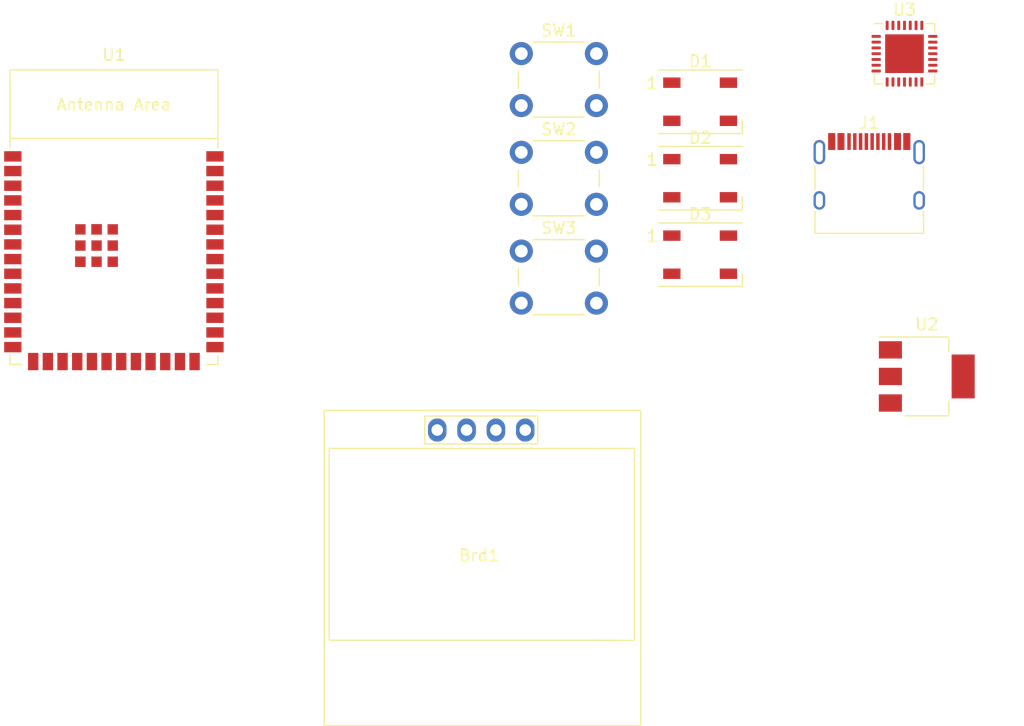
<source format=kicad_pcb>
(kicad_pcb (version 20221018) (generator pcbnew)
  (layers (0 "F.Cu" signal) (31 "B.Cu" signal) (34 "B.Paste" user) (35 "F.Paste" user) (36 "B.SilkS" user "B.Silkscreen") (37 "F.SilkS" user "F.Silkscreen") (38 "B.Mask" user) (39 "F.Mask" user) (44 "Edge.Cuts" user))
  (net 0 "")
  (net 33 "+5V")
  (net 34 "Net-(D1-DOUT)")
  (net 35 "GND")
  (net 36 "/LED")
  (net 37 "Net-(D2-DOUT)")
  (net 39 "/SW1")
  (net 40 "/SW2")
  (net 41 "/SW3")
  (net 42 "/SCL")
  (net 43 "/SDA")
  (net 44 "+3.3V")
  (net 45 "/VBUS")
  (net 46 "Net-(J1-VBUS-PadA4)")
  (net 76 "/D+")
  (net 77 "/D-")
  (footprint "Connector_USB:USB_C_Receptacle_HRO_TYPE-C-31-M-12" (layer "F.Cu") (at 198.88 90.39)
    (fp_text reference "J1" (at 0 -5.645) (layer "F.SilkS"))
    (fp_text value "USB_C_Receptacle_USB2.0")
    (fp_line (start -4.7 -1.9) (end -4.7 0.1) (stroke (width 0.12)) (layer "F.SilkS"))
    (fp_line (start -4.7 2) (end -4.7 3.9) (stroke (width 0.12)) (layer "F.SilkS"))
    (fp_line (start -4.7 3.9) (end 4.7 3.9) (stroke (width 0.12)) (layer "F.SilkS"))
    (fp_line (start 4.7 -1.9) (end 4.7 0.1) (stroke (width 0.12)) (layer "F.SilkS"))
    (fp_line (start 4.7 2) (end 4.7 3.9) (stroke (width 0.12)) (layer "F.SilkS"))
    (pad "" np_thru_hole circle (at -2.89 -2.6) (size 0.65 0.65) (drill 0.65) (layers "*.Cu" "*.Mask"))
    (pad "" np_thru_hole circle (at 2.89 -2.6) (size 0.65 0.65) (drill 0.65) (layers "*.Cu" "*.Mask"))
    (pad "A1" smd rect (at -3.25 -4.045) (size 0.6 1.45) (layers "F.Cu" "F.Paste" "F.Mask") (net 35 "GND"))
    (pad "A4" smd rect (at -2.45 -4.045) (size 0.6 1.45) (layers "F.Cu" "F.Paste" "F.Mask") (net 46 "Net-(J1-VBUS-PadA4)"))
    (pad "A5" smd rect (at -1.25 -4.045) (size 0.3 1.45) (layers "F.Cu" "F.Paste" "F.Mask"))
    (pad "A6" smd rect (at -0.25 -4.045) (size 0.3 1.45) (layers "F.Cu" "F.Paste" "F.Mask") (net 76 "/D+"))
    (pad "A7" smd rect (at 0.25 -4.045) (size 0.3 1.45) (layers "F.Cu" "F.Paste" "F.Mask") (net 77 "/D-"))
    (pad "A8" smd rect (at 1.25 -4.045) (size 0.3 1.45) (layers "F.Cu" "F.Paste" "F.Mask"))
    (pad "A9" smd rect (at 2.45 -4.045) (size 0.6 1.45) (layers "F.Cu" "F.Paste" "F.Mask") (net 46 "Net-(J1-VBUS-PadA4)"))
    (pad "A12" smd rect (at 3.25 -4.045) (size 0.6 1.45) (layers "F.Cu" "F.Paste" "F.Mask") (net 35 "GND"))
    (pad "B1" smd rect (at 3.25 -4.045) (size 0.6 1.45) (layers "F.Cu" "F.Paste" "F.Mask") (net 35 "GND"))
    (pad "B4" smd rect (at 2.45 -4.045) (size 0.6 1.45) (layers "F.Cu" "F.Paste" "F.Mask") (net 46 "Net-(J1-VBUS-PadA4)"))
    (pad "B5" smd rect (at 1.75 -4.045) (size 0.3 1.45) (layers "F.Cu" "F.Paste" "F.Mask"))
    (pad "B6" smd rect (at 0.75 -4.045) (size 0.3 1.45) (layers "F.Cu" "F.Paste" "F.Mask") (net 76 "/D+"))
    (pad "B7" smd rect (at -0.75 -4.045) (size 0.3 1.45) (layers "F.Cu" "F.Paste" "F.Mask") (net 77 "/D-"))
    (pad "B8" smd rect (at -1.75 -4.045) (size 0.3 1.45) (layers "F.Cu" "F.Paste" "F.Mask"))
    (pad "B9" smd rect (at -2.45 -4.045) (size 0.6 1.45) (layers "F.Cu" "F.Paste" "F.Mask") (net 46 "Net-(J1-VBUS-PadA4)"))
    (pad "B12" smd rect (at -3.25 -4.045) (size 0.6 1.45) (layers "F.Cu" "F.Paste" "F.Mask") (net 35 "GND"))
    (pad "S1" thru_hole oval (at -4.32 -3.13) (size 1 2.1) (drill oval 0.6 1.7) (layers "*.Cu" "*.Mask") (net 35 "GND"))
    (pad "S1" thru_hole oval (at -4.32 1.05) (size 1 1.6) (drill oval 0.6 1.2) (layers "*.Cu" "*.Mask") (net 35 "GND"))
    (pad "S1" thru_hole oval (at 4.32 -3.13) (size 1 2.1) (drill oval 0.6 1.7) (layers "*.Cu" "*.Mask") (net 35 "GND"))
    (pad "S1" thru_hole oval (at 4.32 1.05) (size 1 1.6) (drill oval 0.6 1.2) (layers "*.Cu" "*.Mask") (net 35 "GND"))
  )
  (footprint "Button_Switch_THT:SW_PUSH_6mm" (layer "F.Cu") (at 168.76 87.28)
    (fp_text reference "SW2" (at 3.25 -2) (layer "F.SilkS"))
    (fp_text value "SW_Push")
    (fp_line (start -0.25 1.5) (end -0.25 3) (stroke (width 0.12)) (layer "F.SilkS"))
    (fp_line (start 1 5.5) (end 5.5 5.5) (stroke (width 0.12)) (layer "F.SilkS"))
    (fp_line (start 5.5 -1) (end 1 -1) (stroke (width 0.12)) (layer "F.SilkS"))
    (fp_line (start 6.75 3) (end 6.75 1.5) (stroke (width 0.12)) (layer "F.SilkS"))
    (pad "1" thru_hole circle (at 0 0 90) (size 2 2) (drill 1.1) (layers "*.Cu" "*.Mask") (net 35 "GND"))
    (pad "1" thru_hole circle (at 6.5 0 90) (size 2 2) (drill 1.1) (layers "*.Cu" "*.Mask") (net 35 "GND"))
    (pad "2" thru_hole circle (at 0 4.5 90) (size 2 2) (drill 1.1) (layers "*.Cu" "*.Mask") (net 40 "/SW2"))
    (pad "2" thru_hole circle (at 6.5 4.5 90) (size 2 2) (drill 1.1) (layers "*.Cu" "*.Mask") (net 40 "/SW2"))
  )
  (footprint "PCM_Espressif:ESP32-S3-WROOM-1" (layer "F.Cu") (at 133.49 95.89)
    (fp_text reference "U1" (at 0 -17.05) (layer "F.SilkS"))
    (fp_text value "ESP32-S3-WROOM-1")
    (fp_text user "Antenna Area" (at 0 -12.75) (layer "F.SilkS"))
    (fp_line (start -9 -15.75) (end -9 -9) (stroke (width 0.12)) (layer "F.SilkS"))
    (fp_line (start -9 -15.75) (end 9 -15.75) (stroke (width 0.12)) (layer "F.SilkS"))
    (fp_line (start -9 9) (end -9 9.75) (stroke (width 0.12)) (layer "F.SilkS"))
    (fp_line (start -9 9.75) (end -8 9.75) (stroke (width 0.12)) (layer "F.SilkS"))
    (fp_line (start 9 -15.75) (end 9 -9) (stroke (width 0.12)) (layer "F.SilkS"))
    (fp_line (start 9 -9.81) (end -9 -9.81) (stroke (width 0.12)) (layer "F.SilkS"))
    (fp_line (start 9 9) (end 9 9.75) (stroke (width 0.12)) (layer "F.SilkS"))
    (fp_line (start 9 9.75) (end 8 9.75) (stroke (width 0.12)) (layer "F.SilkS"))
    (pad "1" smd rect (at -8.75 -8.26) (size 1.5 0.9) (layers "F.Cu" "F.Paste" "F.Mask") (net 35 "GND"))
    (pad "2" smd rect (at -8.75 -6.99) (size 1.5 0.9) (layers "F.Cu" "F.Paste" "F.Mask"))
    (pad "3" smd rect (at -8.75 -5.72) (size 1.5 0.9) (layers "F.Cu" "F.Paste" "F.Mask"))
    (pad "4" smd rect (at -8.75 -4.45) (size 1.5 0.9) (layers "F.Cu" "F.Paste" "F.Mask"))
    (pad "5" smd rect (at -8.75 -3.18) (size 1.5 0.9) (layers "F.Cu" "F.Paste" "F.Mask"))
    (pad "6" smd rect (at -8.75 -1.91) (size 1.5 0.9) (layers "F.Cu" "F.Paste" "F.Mask") (net 36 "/LED"))
    (pad "7" smd rect (at -8.75 -0.64) (size 1.5 0.9) (layers "F.Cu" "F.Paste" "F.Mask"))
    (pad "8" smd rect (at -8.75 0.63) (size 1.5 0.9) (layers "F.Cu" "F.Paste" "F.Mask"))
    (pad "9" smd rect (at -8.75 1.9) (size 1.5 0.9) (layers "F.Cu" "F.Paste" "F.Mask"))
    (pad "10" smd rect (at -8.75 3.17) (size 1.5 0.9) (layers "F.Cu" "F.Paste" "F.Mask") (net 43 "/SDA"))
    (pad "11" smd rect (at -8.75 4.44) (size 1.5 0.9) (layers "F.Cu" "F.Paste" "F.Mask") (net 42 "/SCL"))
    (pad "12" smd rect (at -8.75 5.71) (size 1.5 0.9) (layers "F.Cu" "F.Paste" "F.Mask"))
    (pad "13" smd rect (at -8.75 6.98) (size 1.5 0.9) (layers "F.Cu" "F.Paste" "F.Mask"))
    (pad "14" smd rect (at -8.75 8.25) (size 1.5 0.9) (layers "F.Cu" "F.Paste" "F.Mask"))
    (pad "15" smd rect (at -6.985 9.5 90) (size 1.5 0.9) (layers "F.Cu" "F.Paste" "F.Mask"))
    (pad "16" smd rect (at -5.715 9.5 90) (size 1.5 0.9) (layers "F.Cu" "F.Paste" "F.Mask"))
    (pad "17" smd rect (at -4.445 9.5 90) (size 1.5 0.9) (layers "F.Cu" "F.Paste" "F.Mask"))
    (pad "18" smd rect (at -3.175 9.5 90) (size 1.5 0.9) (layers "F.Cu" "F.Paste" "F.Mask"))
    (pad "19" smd rect (at -1.905 9.5 90) (size 1.5 0.9) (layers "F.Cu" "F.Paste" "F.Mask") (net 41 "/SW3"))
    (pad "20" smd rect (at -0.635 9.5 90) (size 1.5 0.9) (layers "F.Cu" "F.Paste" "F.Mask") (net 40 "/SW2"))
    (pad "21" smd rect (at 0.635 9.5 90) (size 1.5 0.9) (layers "F.Cu" "F.Paste" "F.Mask") (net 39 "/SW1"))
    (pad "22" smd rect (at 1.905 9.5 90) (size 1.5 0.9) (layers "F.Cu" "F.Paste" "F.Mask"))
    (pad "23" smd rect (at 3.175 9.5 90) (size 1.5 0.9) (layers "F.Cu" "F.Paste" "F.Mask"))
    (pad "24" smd rect (at 4.445 9.5 90) (size 1.5 0.9) (layers "F.Cu" "F.Paste" "F.Mask"))
    (pad "25" smd rect (at 5.715 9.5 90) (size 1.5 0.9) (layers "F.Cu" "F.Paste" "F.Mask"))
    (pad "26" smd rect (at 6.985 9.5 90) (size 1.5 0.9) (layers "F.Cu" "F.Paste" "F.Mask"))
    (pad "27" smd rect (at 8.75 8.25 180) (size 1.5 0.9) (layers "F.Cu" "F.Paste" "F.Mask"))
    (pad "28" smd rect (at 8.75 6.98 180) (size 1.5 0.9) (layers "F.Cu" "F.Paste" "F.Mask"))
    (pad "29" smd rect (at 8.75 5.71 180) (size 1.5 0.9) (layers "F.Cu" "F.Paste" "F.Mask"))
    (pad "30" smd rect (at 8.75 4.44 180) (size 1.5 0.9) (layers "F.Cu" "F.Paste" "F.Mask"))
    (pad "31" smd rect (at 8.75 3.17 180) (size 1.5 0.9) (layers "F.Cu" "F.Paste" "F.Mask"))
    (pad "32" smd rect (at 8.75 1.9 180) (size 1.5 0.9) (layers "F.Cu" "F.Paste" "F.Mask"))
    (pad "33" smd rect (at 8.75 0.63 180) (size 1.5 0.9) (layers "F.Cu" "F.Paste" "F.Mask"))
    (pad "34" smd rect (at 8.75 -0.64 180) (size 1.5 0.9) (layers "F.Cu" "F.Paste" "F.Mask"))
    (pad "35" smd rect (at 8.75 -1.91 180) (size 1.5 0.9) (layers "F.Cu" "F.Paste" "F.Mask"))
    (pad "36" smd rect (at 8.75 -3.18 180) (size 1.5 0.9) (layers "F.Cu" "F.Paste" "F.Mask"))
    (pad "37" smd rect (at 8.75 -4.45 180) (size 1.5 0.9) (layers "F.Cu" "F.Paste" "F.Mask"))
    (pad "38" smd rect (at 8.75 -5.72 180) (size 1.5 0.9) (layers "F.Cu" "F.Paste" "F.Mask"))
    (pad "39" smd rect (at 8.75 -6.99 180) (size 1.5 0.9) (layers "F.Cu" "F.Paste" "F.Mask"))
    (pad "40" smd rect (at 8.75 -8.26 180) (size 1.5 0.9) (layers "F.Cu" "F.Paste" "F.Mask") (net 35 "GND"))
    (pad "41" smd rect (at -2.9 -1.94 180) (size 0.9 0.9) (layers "F.Cu" "F.Paste" "F.Mask") (net 35 "GND"))
    (pad "41" smd rect (at -2.9 -0.54 180) (size 0.9 0.9) (layers "F.Cu" "F.Paste" "F.Mask") (net 35 "GND"))
    (pad "41" smd rect (at -2.9 0.86 180) (size 0.9 0.9) (layers "F.Cu" "F.Paste" "F.Mask") (net 35 "GND"))
    (pad "41" smd rect (at -2.9 0.86 180) (size 0.9 0.9) (layers "F.Cu" "F.Paste" "F.Mask") (net 35 "GND"))
    (pad "41" smd rect (at -1.5 -1.94 180) (size 0.9 0.9) (layers "F.Cu" "F.Paste" "F.Mask") (net 35 "GND"))
    (pad "41" smd rect (at -1.5 -1.94 180) (size 0.9 0.9) (layers "F.Cu" "F.Paste" "F.Mask") (net 35 "GND"))
    (pad "41" smd rect (at -1.5 -0.54 180) (size 0.9 0.9) (layers "F.Cu" "F.Paste" "F.Mask") (net 35 "GND"))
    (pad "41" smd rect (at -1.5 0.86 180) (size 0.9 0.9) (layers "F.Cu" "F.Paste" "F.Mask") (net 35 "GND"))
    (pad "41" smd rect (at -0.1 -1.94 180) (size 0.9 0.9) (layers "F.Cu" "F.Paste" "F.Mask") (net 35 "GND"))
    (pad "41" smd rect (at -0.1 -0.54 180) (size 0.9 0.9) (layers "F.Cu" "F.Paste" "F.Mask") (net 35 "GND"))
    (pad "41" smd rect (at -0.1 0.86 180) (size 0.9 0.9) (layers "F.Cu" "F.Paste" "F.Mask") (net 35 "GND"))
  )
  (footprint "LED_SMD:LED_WS2812B_PLCC4_5.0x5.0mm_P3.2mm" (layer "F.Cu") (at 184.24 82.9)
    (fp_text reference "D1" (at 0 -3.5) (layer "F.SilkS"))
    (fp_text value "WS2812B")
    (fp_text user "1" (at -4.15 -1.6) (layer "F.SilkS"))
    (fp_line (start -3.65 -2.75) (end 3.65 -2.75) (stroke (width 0.12)) (layer "F.SilkS"))
    (fp_line (start -3.65 2.75) (end 3.65 2.75) (stroke (width 0.12)) (layer "F.SilkS"))
    (fp_line (start 3.65 2.75) (end 3.65 1.6) (stroke (width 0.12)) (layer "F.SilkS"))
    (pad "1" smd rect (at -2.45 -1.65) (size 1.5 0.9) (layers "F.Cu" "F.Paste" "F.Mask") (net 33 "+5V"))
    (pad "2" smd rect (at -2.45 1.65) (size 1.5 0.9) (layers "F.Cu" "F.Paste" "F.Mask") (net 34 "Net-(D1-DOUT)"))
    (pad "3" smd rect (at 2.45 1.65) (size 1.5 0.9) (layers "F.Cu" "F.Paste" "F.Mask") (net 35 "GND"))
    (pad "4" smd rect (at 2.45 -1.65) (size 1.5 0.9) (layers "F.Cu" "F.Paste" "F.Mask") (net 36 "/LED"))
  )
  (footprint "LED_SMD:LED_WS2812B_PLCC4_5.0x5.0mm_P3.2mm" (layer "F.Cu") (at 184.24 96.14)
    (fp_text reference "D3" (at 0 -3.5) (layer "F.SilkS"))
    (fp_text value "WS2812B")
    (fp_text user "1" (at -4.15 -1.6) (layer "F.SilkS"))
    (fp_line (start -3.65 -2.75) (end 3.65 -2.75) (stroke (width 0.12)) (layer "F.SilkS"))
    (fp_line (start -3.65 2.75) (end 3.65 2.75) (stroke (width 0.12)) (layer "F.SilkS"))
    (fp_line (start 3.65 2.75) (end 3.65 1.6) (stroke (width 0.12)) (layer "F.SilkS"))
    (pad "1" smd rect (at -2.45 -1.65) (size 1.5 0.9) (layers "F.Cu" "F.Paste" "F.Mask") (net 33 "+5V"))
    (pad "2" smd rect (at -2.45 1.65) (size 1.5 0.9) (layers "F.Cu" "F.Paste" "F.Mask"))
    (pad "3" smd rect (at 2.45 1.65) (size 1.5 0.9) (layers "F.Cu" "F.Paste" "F.Mask") (net 35 "GND"))
    (pad "4" smd rect (at 2.45 -1.65) (size 1.5 0.9) (layers "F.Cu" "F.Paste" "F.Mask") (net 37 "Net-(D2-DOUT)"))
  )
  (footprint "SSD1306:128x64OLED_No_Holes" (layer "F.Cu") (at 165.1 121.92)
    (fp_text reference "Brd1" (at 0 0.254) (layer "F.SilkS"))
    (fp_text value "SSD1306")
    (fp_line (start -13.4 -12.3) (end 14 -12.3) (stroke (width 0.12)) (layer "F.SilkS"))
    (fp_line (start -13.4 15) (end -13.4 -12.3) (stroke (width 0.12)) (layer "F.SilkS"))
    (fp_line (start -12.978 -9.005) (end 10.122 -9.005) (stroke (width 0.12)) (layer "F.SilkS"))
    (fp_line (start -12.978 7.595) (end -12.978 -9.005) (stroke (width 0.12)) (layer "F.SilkS"))
    (fp_line (start -4.699 -11.811) (end -4.699 -9.398) (stroke (width 0.12)) (layer "F.SilkS"))
    (fp_line (start -4.699 -11.811) (end 5.08 -11.811) (stroke (width 0.12)) (layer "F.SilkS"))
    (fp_line (start 5.08 -11.811) (end 5.08 -9.398) (stroke (width 0.12)) (layer "F.SilkS"))
    (fp_line (start 5.08 -9.398) (end -4.699 -9.398) (stroke (width 0.12)) (layer "F.SilkS"))
    (fp_line (start 10.122 -9.005) (end 13.208 -9.005) (stroke (width 0.12)) (layer "F.SilkS"))
    (fp_line (start 10.122 7.595) (end -12.978 7.595) (stroke (width 0.12)) (layer "F.SilkS"))
    (fp_line (start 10.122 7.595) (end 13.462 7.62) (stroke (width 0.12)) (layer "F.SilkS"))
    (fp_line (start 13.462 -9.017) (end 13.208 -9.005) (stroke (width 0.12)) (layer "F.SilkS"))
    (fp_line (start 13.462 7.62) (end 13.462 -9.017) (stroke (width 0.12)) (layer "F.SilkS"))
    (fp_line (start 14 -12.3) (end 14 15) (stroke (width 0.12)) (layer "F.SilkS"))
    (fp_line (start 14 15) (end -13.4 15) (stroke (width 0.12)) (layer "F.SilkS"))
    (pad "1" thru_hole oval (at -3.62 -10.6 90) (size 2 1.6) (drill 1) (layers "*.Cu" "*.Mask") (net 35 "GND"))
    (pad "2" thru_hole oval (at -1.08 -10.6 90) (size 2 1.6) (drill 1) (layers "*.Cu" "*.Mask") (net 33 "+5V"))
    (pad "3" thru_hole oval (at 1.46 -10.6 90) (size 2 1.6) (drill 1) (layers "*.Cu" "*.Mask") (net 42 "/SCL"))
    (pad "4" thru_hole oval (at 4 -10.6 90) (size 2 1.6) (drill 1) (layers "*.Cu" "*.Mask") (net 43 "/SDA"))
  )
  (footprint "Package_DFN_QFN:QFN-28-1EP_5x5mm_P0.5mm_EP3.35x3.35mm" (layer "F.Cu") (at 201.93 78.74)
    (fp_text reference "U3" (at 0 -3.8) (layer "F.SilkS"))
    (fp_text value "CP2102N-Axx-xQFN28")
    (fp_line (start -2.61 2.61) (end -2.61 1.885) (stroke (width 0.12)) (layer "F.SilkS"))
    (fp_line (start -1.885 -2.61) (end -2.61 -2.61) (stroke (width 0.12)) (layer "F.SilkS"))
    (fp_line (start -1.885 2.61) (end -2.61 2.61) (stroke (width 0.12)) (layer "F.SilkS"))
    (fp_line (start 1.885 -2.61) (end 2.61 -2.61) (stroke (width 0.12)) (layer "F.SilkS"))
    (fp_line (start 1.885 2.61) (end 2.61 2.61) (stroke (width 0.12)) (layer "F.SilkS"))
    (fp_line (start 2.61 -2.61) (end 2.61 -1.885) (stroke (width 0.12)) (layer "F.SilkS"))
    (fp_line (start 2.61 2.61) (end 2.61 1.885) (stroke (width 0.12)) (layer "F.SilkS"))
    (pad "1" smd roundrect (at -2.45 -1.5) (size 0.8 0.25) (layers "F.Cu" "F.Paste" "F.Mask"))
    (pad "2" smd roundrect (at -2.45 -1) (size 0.8 0.25) (layers "F.Cu" "F.Paste" "F.Mask"))
    (pad "3" smd roundrect (at -2.45 -0.5) (size 0.8 0.25) (layers "F.Cu" "F.Paste" "F.Mask") (net 35 "GND"))
    (pad "4" smd roundrect (at -2.45 0) (size 0.8 0.25) (layers "F.Cu" "F.Paste" "F.Mask") (net 76 "/D+"))
    (pad "5" smd roundrect (at -2.45 0.5) (size 0.8 0.25) (layers "F.Cu" "F.Paste" "F.Mask") (net 77 "/D-"))
    (pad "6" smd roundrect (at -2.45 1) (size 0.8 0.25) (layers "F.Cu" "F.Paste" "F.Mask"))
    (pad "7" smd roundrect (at -2.45 1.5) (size 0.8 0.25) (layers "F.Cu" "F.Paste" "F.Mask"))
    (pad "8" smd roundrect (at -1.5 2.45) (size 0.25 0.8) (layers "F.Cu" "F.Paste" "F.Mask"))
    (pad "9" smd roundrect (at -1 2.45) (size 0.25 0.8) (layers "F.Cu" "F.Paste" "F.Mask"))
    (pad "10" smd roundrect (at -0.5 2.45) (size 0.25 0.8) (layers "F.Cu" "F.Paste" "F.Mask"))
    (pad "11" smd roundrect (at 0 2.45) (size 0.25 0.8) (layers "F.Cu" "F.Paste" "F.Mask"))
    (pad "12" smd roundrect (at 0.5 2.45) (size 0.25 0.8) (layers "F.Cu" "F.Paste" "F.Mask"))
    (pad "13" smd roundrect (at 1 2.45) (size 0.25 0.8) (layers "F.Cu" "F.Paste" "F.Mask"))
    (pad "14" smd roundrect (at 1.5 2.45) (size 0.25 0.8) (layers "F.Cu" "F.Paste" "F.Mask"))
    (pad "15" smd roundrect (at 2.45 1.5) (size 0.8 0.25) (layers "F.Cu" "F.Paste" "F.Mask"))
    (pad "16" smd roundrect (at 2.45 1) (size 0.8 0.25) (layers "F.Cu" "F.Paste" "F.Mask"))
    (pad "17" smd roundrect (at 2.45 0.5) (size 0.8 0.25) (layers "F.Cu" "F.Paste" "F.Mask"))
    (pad "18" smd roundrect (at 2.45 0) (size 0.8 0.25) (layers "F.Cu" "F.Paste" "F.Mask"))
    (pad "19" smd roundrect (at 2.45 -0.5) (size 0.8 0.25) (layers "F.Cu" "F.Paste" "F.Mask"))
    (pad "20" smd roundrect (at 2.45 -1) (size 0.8 0.25) (layers "F.Cu" "F.Paste" "F.Mask"))
    (pad "21" smd roundrect (at 2.45 -1.5) (size 0.8 0.25) (layers "F.Cu" "F.Paste" "F.Mask"))
    (pad "22" smd roundrect (at 1.5 -2.45) (size 0.25 0.8) (layers "F.Cu" "F.Paste" "F.Mask"))
    (pad "23" smd roundrect (at 1 -2.45) (size 0.25 0.8) (layers "F.Cu" "F.Paste" "F.Mask"))
    (pad "24" smd roundrect (at 0.5 -2.45) (size 0.25 0.8) (layers "F.Cu" "F.Paste" "F.Mask"))
    (pad "25" smd roundrect (at 0 -2.45) (size 0.25 0.8) (layers "F.Cu" "F.Paste" "F.Mask"))
    (pad "26" smd roundrect (at -0.5 -2.45) (size 0.25 0.8) (layers "F.Cu" "F.Paste" "F.Mask"))
    (pad "27" smd roundrect (at -1 -2.45) (size 0.25 0.8) (layers "F.Cu" "F.Paste" "F.Mask"))
    (pad "28" smd roundrect (at -1.5 -2.45) (size 0.25 0.8) (layers "F.Cu" "F.Paste" "F.Mask"))
    (pad "29" smd rect (at 0 0) (size 3.35 3.35) (layers "F.Cu" "F.Mask") (net 35 "GND"))
  )
  (footprint "LED_SMD:LED_WS2812B_PLCC4_5.0x5.0mm_P3.2mm" (layer "F.Cu") (at 184.24 89.52)
    (fp_text reference "D2" (at 0 -3.5) (layer "F.SilkS"))
    (fp_text value "WS2812B")
    (fp_text user "1" (at -4.15 -1.6) (layer "F.SilkS"))
    (fp_line (start -3.65 -2.75) (end 3.65 -2.75) (stroke (width 0.12)) (layer "F.SilkS"))
    (fp_line (start -3.65 2.75) (end 3.65 2.75) (stroke (width 0.12)) (layer "F.SilkS"))
    (fp_line (start 3.65 2.75) (end 3.65 1.6) (stroke (width 0.12)) (layer "F.SilkS"))
    (pad "1" smd rect (at -2.45 -1.65) (size 1.5 0.9) (layers "F.Cu" "F.Paste" "F.Mask") (net 33 "+5V"))
    (pad "2" smd rect (at -2.45 1.65) (size 1.5 0.9) (layers "F.Cu" "F.Paste" "F.Mask") (net 37 "Net-(D2-DOUT)"))
    (pad "3" smd rect (at 2.45 1.65) (size 1.5 0.9) (layers "F.Cu" "F.Paste" "F.Mask") (net 35 "GND"))
    (pad "4" smd rect (at 2.45 -1.65) (size 1.5 0.9) (layers "F.Cu" "F.Paste" "F.Mask") (net 34 "Net-(D1-DOUT)"))
  )
  (footprint "Button_Switch_THT:SW_PUSH_6mm" (layer "F.Cu") (at 168.76 78.73)
    (fp_text reference "SW1" (at 3.25 -2) (layer "F.SilkS"))
    (fp_text value "SW_Push")
    (fp_line (start -0.25 1.5) (end -0.25 3) (stroke (width 0.12)) (layer "F.SilkS"))
    (fp_line (start 1 5.5) (end 5.5 5.5) (stroke (width 0.12)) (layer "F.SilkS"))
    (fp_line (start 5.5 -1) (end 1 -1) (stroke (width 0.12)) (layer "F.SilkS"))
    (fp_line (start 6.75 3) (end 6.75 1.5) (stroke (width 0.12)) (layer "F.SilkS"))
    (pad "1" thru_hole circle (at 0 0 90) (size 2 2) (drill 1.1) (layers "*.Cu" "*.Mask") (net 35 "GND"))
    (pad "1" thru_hole circle (at 6.5 0 90) (size 2 2) (drill 1.1) (layers "*.Cu" "*.Mask") (net 35 "GND"))
    (pad "2" thru_hole circle (at 0 4.5 90) (size 2 2) (drill 1.1) (layers "*.Cu" "*.Mask") (net 39 "/SW1"))
    (pad "2" thru_hole circle (at 6.5 4.5 90) (size 2 2) (drill 1.1) (layers "*.Cu" "*.Mask") (net 39 "/SW1"))
  )
  (footprint "Button_Switch_THT:SW_PUSH_6mm" (layer "F.Cu") (at 168.76 95.83)
    (fp_text reference "SW3" (at 3.25 -2) (layer "F.SilkS"))
    (fp_text value "SW_Push")
    (fp_line (start -0.25 1.5) (end -0.25 3) (stroke (width 0.12)) (layer "F.SilkS"))
    (fp_line (start 1 5.5) (end 5.5 5.5) (stroke (width 0.12)) (layer "F.SilkS"))
    (fp_line (start 5.5 -1) (end 1 -1) (stroke (width 0.12)) (layer "F.SilkS"))
    (fp_line (start 6.75 3) (end 6.75 1.5) (stroke (width 0.12)) (layer "F.SilkS"))
    (pad "1" thru_hole circle (at 0 0 90) (size 2 2) (drill 1.1) (layers "*.Cu" "*.Mask") (net 35 "GND"))
    (pad "1" thru_hole circle (at 6.5 0 90) (size 2 2) (drill 1.1) (layers "*.Cu" "*.Mask") (net 35 "GND"))
    (pad "2" thru_hole circle (at 0 4.5 90) (size 2 2) (drill 1.1) (layers "*.Cu" "*.Mask") (net 41 "/SW3"))
    (pad "2" thru_hole circle (at 6.5 4.5 90) (size 2 2) (drill 1.1) (layers "*.Cu" "*.Mask") (net 41 "/SW3"))
  )
  (footprint "Package_TO_SOT_SMD:SOT-223-3_TabPin2" (layer "F.Cu") (at 203.86 106.68)
    (fp_text reference "U2" (at 0 -4.5) (layer "F.SilkS"))
    (fp_text value "LD1117S33TR_SOT223")
    (fp_line (start -4.1 -3.41) (end 1.91 -3.41) (stroke (width 0.12)) (layer "F.SilkS"))
    (fp_line (start -1.85 3.41) (end 1.91 3.41) (stroke (width 0.12)) (layer "F.SilkS"))
    (fp_line (start 1.91 -3.41) (end 1.91 -2.15) (stroke (width 0.12)) (layer "F.SilkS"))
    (fp_line (start 1.91 3.41) (end 1.91 2.15) (stroke (width 0.12)) (layer "F.SilkS"))
    (pad "1" smd rect (at -3.15 -2.3) (size 2 1.5) (layers "F.Cu" "F.Paste" "F.Mask") (net 35 "GND"))
    (pad "2" smd rect (at -3.15 0) (size 2 1.5) (layers "F.Cu" "F.Paste" "F.Mask") (net 44 "+3.3V"))
    (pad "2" smd rect (at 3.15 0) (size 2 3.8) (layers "F.Cu" "F.Paste" "F.Mask") (net 44 "+3.3V"))
    (pad "3" smd rect (at -3.15 2.3) (size 2 1.5) (layers "F.Cu" "F.Paste" "F.Mask") (net 45 "/VBUS"))
  )
)
</source>
